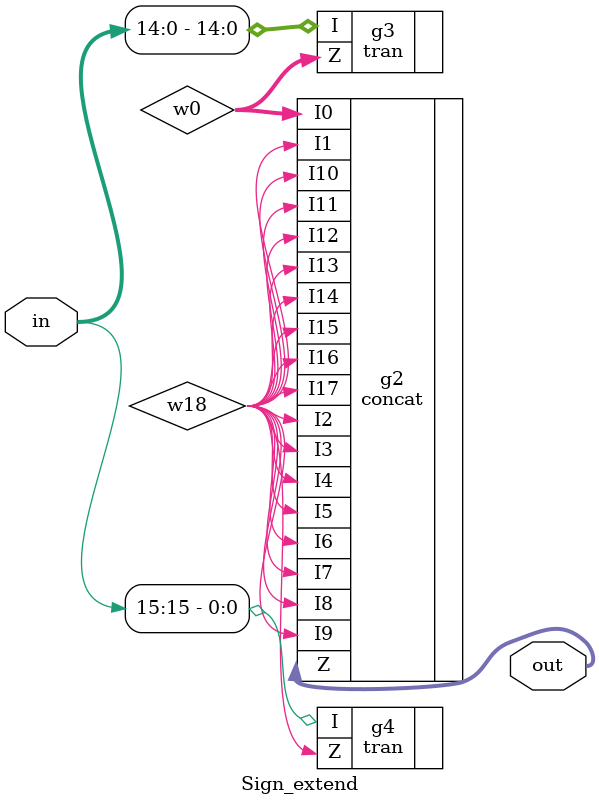
<source format=v>

module BRegs32x32(Read2, Write, Read1, Data2, Data1, clr, clk, RegWrite, WriteData);
//: interface  /sz:(147, 182) /bd:[ Ti0>clr(66/147) Li0>Read1[4:0](32/182) Li1>Read2[4:0](72/182) Li2>Write[4:0](108/182) Li3>WriteData[31:0](148/182) Bi0>clk(108/147) Bi1>RegWrite(40/147) Ro0<Data1[31:0](47/182) Ro1<Data2[31:0](139/182) ]
output [31:0] Data2;    //: /sn:0 {0}(668,485)(668,472)(669,472)(669,445){1}
input [4:0] Write;    //: /sn:0 {0}(-238,-38)(-138,-38)(-138,-37)(-66,-37){1}
//: {2}(-65,-37)(-28,-37){3}
//: {4}(-27,-37)(-16,-37){5}
input [31:0] WriteData;    //: /sn:0 {0}(669,157)(669,75)(481,75){1}
//: {2}(477,75)(292,75){3}
//: {4}(288,75)(89,75){5}
//: {6}(85,75)(-104,75)(-104,73)(-237,73){7}
//: {8}(87,77)(87,157){9}
//: {10}(290,77)(290,107)(291,107)(291,152){11}
//: {12}(479,77)(479,157){13}
output [31:0] Data1;    //: /sn:0 {0}(59,382)(59,465){1}
supply1 w21;    //: /sn:0 {0}(82,3)(57,3)(57,-11){1}
input clr;    //: /sn:0 {0}(721,193)(731,193)(731,-83)(543,-83){1}
//: {2}(539,-83)(355,-83){3}
//: {4}(351,-83)(150,-83){5}
//: {6}(146,-83)(-44,-83)(-44,-92)(-235,-92){7}
//: {8}(148,-81)(148,193)(139,193){9}
//: {10}(353,-81)(353,188)(343,188){11}
//: {12}(541,-81)(541,193)(531,193){13}
input RegWrite;    //: /sn:0 {0}(-237,263)(-71,263){1}
//: {2}(-67,263)(171,263){3}
//: {4}(175,263)(370,263){5}
//: {6}(374,263)(552,263)(552,219)(556,219){7}
//: {8}(372,261)(372,219)(383,219){9}
//: {10}(173,261)(173,214)(183,214){11}
//: {12}(-69,261)(-69,219)(-38,219){13}
input clk;    //: /sn:0 {0}(556,214)(542,214)(542,285)(364,285){1}
//: {2}(362,283)(362,214)(383,214){3}
//: {4}(360,285)(167,285){5}
//: {6}(165,283)(165,209)(183,209){7}
//: {8}(163,285)(-56,285){9}
//: {10}(-58,283)(-58,214)(-38,214){11}
//: {12}(-60,285)(-237,285){13}
input [4:0] Read1;    //: {0}(-237,96)(-208,96)(-208,95)(-124,95){1}
//: {2}(-123,95)(-96,95){3}
//: {4}(-95,95)(-78,95){5}
input [4:0] Read2;    //: {0}(-237,145)(-141,145){1}
//: {2}(-140,145)(-123,145)(-123,144)(-94,144){3}
//: {4}(-93,144)(-79,144){5}
wire [1:0] w6;    //: /sn:0 {0}(36,369)(-123,369)(-123,99){1}
wire w16;    //: /sn:0 {0}(39,205)(-50,205)(-50,39)(88,39)(88,19){1}
wire w4;    //: /sn:0 {0}(112,19)(112,46)(370,46)(370,205)(431,205){1}
wire [31:0] w3;    //: /sn:0 {0}(77,353)(77,334)(659,334)(659,228){1}
wire [31:0] R2;    //: {0}(65,353)(65,319)(469,319)(469,228){1}
wire [31:0] w0;    //: /sn:0 {0}(651,416)(651,398)(105,398)(105,228){1}
wire w22;    //: /sn:0 {0}(404,217)(431,217){1}
wire w20;    //: /sn:0 {0}(124,19)(124,29)(556,29)(556,205)(621,205){1}
wire [2:0] w19;    //: /sn:0 {0}(431,169)(419,169)(419,109){1}
//: {2}(421,107)(606,107)(606,169)(621,169){3}
//: {4}(417,107)(297,107)(297,106)(231,106){5}
//: {6}(227,106)(25,106){7}
//: {8}(21,106)(-95,106)(-95,99){9}
//: {10}(23,108)(23,169)(39,169){11}
//: {12}(229,108)(229,164)(243,164){13}
wire [2:0] w18;    //: /sn:0 {0}(431,180)(402,180)(402,125){1}
//: {2}(404,123)(589,123)(589,180)(621,180){3}
//: {4}(400,123)(279,123)(279,122)(212,122){5}
//: {6}(208,122)(8,122){7}
//: {8}(4,122)(-93,122)(-93,139){9}
//: {10}(6,124)(6,180)(39,180){11}
//: {12}(210,124)(210,175)(243,175){13}
wire w23;    //: /sn:0 {0}(577,217)(621,217){1}
wire [1:0] w10;    //: /sn:0 {0}(-140,149)(-140,432)(646,432){1}
wire [2:0] w24;    //: /sn:0 {0}(431,193)(381,193)(381,141){1}
//: {2}(383,139)(568,139)(568,193)(621,193){3}
//: {4}(379,139)(260,139)(260,138)(195,138){5}
//: {6}(191,138)(-13,138){7}
//: {8}(-17,138)(-65,138)(-65,-33){9}
//: {10}(-15,140)(-15,193)(39,193){11}
//: {12}(193,140)(193,188)(243,188){13}
wire w31;    //: /sn:0 {0}(243,200)(178,200)(178,60)(100,60)(100,19){1}
wire w1;    //: /sn:0 {0}(-17,217)(39,217){1}
wire [31:0] R1;    //: {0}(281,223)(281,308)(53,308)(53,353){1}
wire [31:0] R3;    //: {0}(687,228)(687,416){1}
wire [1:0] w11;    //: /sn:0 {0}(-27,-33)(-27,-23)(106,-23)(106,-10){1}
wire w2;    //: /sn:0 {0}(243,212)(204,212){1}
wire [31:0] R0;    //: {0}(77,228)(77,299)(41,299)(41,353){1}
wire [31:0] w5;    //: /sn:0 {0}(675,416)(675,372)(497,372)(497,228){1}
wire [31:0] w9;    //: /sn:0 {0}(663,416)(663,387)(309,387)(309,223){1}
//: enddecls

  //: joint g8 (w18) @(6, 122) /w:[ 7 -1 8 10 ]
  //: input g4 (Read2) @(-239,145) /sn:0 /w:[ 0 ]
  //: joint g44 (clr) @(353, -83) /w:[ 3 -1 4 10 ]
  //: input g3 (Write) @(-240,-38) /sn:0 /w:[ 0 ]
  //: joint g16 (clk) @(165, 285) /w:[ 5 6 8 -1 ]
  //: joint g47 (clr) @(541, -83) /w:[ 1 -1 2 12 ]
  //: input g17 (Read1) @(-239,96) /sn:0 /w:[ 0 ]
  //: joint g26 (w19) @(229, 106) /w:[ 5 -1 6 12 ]
  //: output g2 (Data2) @(668,482) /sn:0 /R:3 /w:[ 0 ]
  tran g23(.Z(w24), .I(Write[2:0]));   //: @(-65,-39) /sn:0 /R:1 /w:[ 9 1 2 ] /ss:1
  tran g30(.Z(w10), .I(Read2[4:3]));   //: @(-140,143) /sn:0 /R:1 /w:[ 0 1 2 ] /ss:1
  //: output g1 (Data1) @(59,462) /sn:0 /R:3 /w:[ 1 ]
  //: joint g39 (RegWrite) @(372, 263) /w:[ 6 8 5 -1 ]
  Regs8x32 g24 (.DIN(WriteData), .SD(w24), .SA(w19), .SB(w18), .RegWr(w31), .clk(w2), .clr(clr), .AOUT(R1), .BOUT(w9));   //: @(244, 153) /sz:(98, 69) /sn:0 /p:[ Ti0>11 Li0>13 Li1>13 Li2>13 Li3>0 Li4>0 Ri0>11 Bo0<0 Bo1<1 ]
  Regs8x32 g29 (.DIN(WriteData), .SD(w24), .SA(w19), .SB(w18), .RegWr(w4), .clk(w22), .clr(clr), .AOUT(R2), .BOUT(w5));   //: @(432, 158) /sz:(98, 69) /sn:0 /p:[ Ti0>13 Li0>0 Li1>0 Li2>0 Li3>1 Li4>1 Ri0>13 Bo0<1 Bo1<1 ]
  //: comment g51 /dolink:0 /link:"" @(395,229) /sn:0
  //: /line:"Regs 16-23"
  //: /end
  tran g18(.Z(w19), .I(Read1[2:0]));   //: @(-95,93) /sn:0 /R:1 /w:[ 9 3 4 ] /ss:1
  //: supply1 g10 (w21) @(68,-11) /sn:0 /w:[ 1 ]
  //: joint g25 (w18) @(210, 122) /w:[ 5 -1 6 12 ]
  //: comment g49 /dolink:0 /link:"" @(210,225) /sn:0
  //: /line:"Regs 8-15"
  //: /end
  //: comment g50 /dolink:0 /link:"" @(585,229) /sn:0
  //: /line:"Regs 24-31"
  //: /end
  Regs8x32 g6 (.DIN(WriteData), .SD(w24), .SA(w19), .SB(w18), .RegWr(w16), .clk(w1), .clr(clr), .AOUT(R0), .BOUT(w0));   //: @(40, 158) /sz:(98, 69) /sn:0 /p:[ Ti0>9 Li0>11 Li1>11 Li2>11 Li3>0 Li4>1 Ri0>9 Bo0<0 Bo1<1 ]
  //: joint g7 (w19) @(23, 106) /w:[ 7 -1 8 10 ]
  demux g9 (.I(w11), .E(w21), .Z0(w16), .Z1(w31), .Z2(w4), .Z3(w20));   //: @(106,3) /sn:0 /w:[ 1 0 1 1 0 0 ]
  and g35 (.I0(clk), .I1(RegWrite), .Z(w22));   //: @(394,217) /sn:0 /delay:" 1" /w:[ 3 9 0 ]
  tran g31(.Z(w6), .I(Read1[4:3]));   //: @(-123,93) /sn:0 /R:1 /w:[ 1 1 2 ] /ss:1
  tran g22(.Z(w18), .I(Read2[2:0]));   //: @(-93,142) /sn:0 /R:1 /w:[ 9 3 4 ] /ss:0
  and g36 (.I0(clk), .I1(RegWrite), .Z(w23));   //: @(567,217) /sn:0 /delay:" 1" /w:[ 0 7 0 ]
  //: joint g41 (w19) @(419, 107) /w:[ 2 -1 4 1 ]
  //: joint g45 (WriteData) @(479, 75) /w:[ 1 -1 2 12 ]
  and g33 (.I0(clk), .I1(RegWrite), .Z(w1));   //: @(-27,217) /sn:0 /delay:" 1" /w:[ 11 13 0 ]
  //: input g42 (clr) @(-237,-92) /sn:0 /w:[ 7 ]
  //: joint g40 (w18) @(402, 123) /w:[ 2 -1 4 1 ]
  //: input g12 (clk) @(-239,285) /sn:0 /w:[ 13 ]
  and g34 (.I0(clk), .I1(RegWrite), .Z(w2));   //: @(194,212) /sn:0 /delay:" 1" /w:[ 7 11 1 ]
  //: joint g28 (w24) @(381, 139) /w:[ 2 -1 4 1 ]
  Regs8x32 g46 (.DIN(WriteData), .SD(w24), .SA(w19), .SB(w18), .RegWr(w20), .clk(w23), .clr(clr), .AOUT(w3), .BOUT(R3));   //: @(622, 158) /sz:(98, 69) /sn:0 /p:[ Ti0>0 Li0>3 Li1>3 Li2>3 Li3>1 Li4>1 Ri0>0 Bo0<1 Bo1<0 ]
  //: joint g11 (w24) @(-15, 138) /w:[ 7 -1 8 10 ]
  mux g14 (.I0(R0), .I1(R1), .I2(R2), .I3(w3), .S(w6), .Z(Data1));   //: @(59,369) /sn:0 /w:[ 1 1 0 0 0 0 ] /ss:0 /do:0
  tran g5(.Z(w11), .I(Write[4:3]));   //: @(-27,-39) /sn:0 /R:1 /w:[ 0 3 4 ] /ss:1
  //: joint g19 (clk) @(-58, 285) /w:[ 9 10 12 -1 ]
  //: joint g21 (w24) @(193, 138) /w:[ 5 -1 6 12 ]
  //: input g32 (RegWrite) @(-239,263) /sn:0 /w:[ 0 ]
  //: joint g20 (WriteData) @(87, 75) /w:[ 5 -1 6 8 ]
  //: joint g38 (RegWrite) @(173, 263) /w:[ 4 10 3 -1 ]
  //: joint g15 (clk) @(362, 285) /w:[ 1 2 4 -1 ]
  //: joint g43 (clr) @(148, -83) /w:[ 5 -1 6 8 ]
  //: input g0 (WriteData) @(-239,73) /sn:0 /w:[ 7 ]
  //: joint g27 (WriteData) @(290, 75) /w:[ 3 -1 4 10 ]
  //: comment g48 /dolink:0 /link:"" @(11,228) /sn:0
  //: /line:"Regs 0-7"
  //: /end
  //: joint g37 (RegWrite) @(-69, 263) /w:[ 2 12 1 -1 ]
  mux g13 (.I0(w0), .I1(w9), .I2(w5), .I3(R3), .S(w10), .Z(Data2));   //: @(669,432) /sn:0 /w:[ 0 0 0 1 1 1 ] /ss:0 /do:0

endmodule

module Regs8x32(SB, SA, BOUT, AOUT, clk, clr, RegWr, SD, DIN);
//: interface  /sz:(98, 69) /bd:[ Ti0>DIN[31:0](47/98) Li0>clk(59/69) Li1>RegWr(47/69) Li2>SB[2:0](22/69) Li3>SA[2:0](11/69) Li4>SD[2:0](35/69) Ri0>clr(35/69) Bo0<BOUT[31:0](65/98) Bo1<AOUT[31:0](37/98) ]
input [31:0] DIN;    //: /sn:0 {0}(531,269)(531,318){1}
//: {2}(533,320)(627,320){3}
//: {4}(631,320)(715,320){5}
//: {6}(719,320)(807,320)(807,429){7}
//: {8}(717,322)(717,352){9}
//: {10}(629,322)(629,433){11}
//: {12}(529,320)(435,320){13}
//: {14}(431,320)(342,320){15}
//: {16}(338,320)(264,320){17}
//: {18}(260,320)(181,320)(181,352){19}
//: {20}(262,322)(262,439){21}
//: {22}(340,322)(340,351){23}
//: {24}(433,322)(433,436){25}
//: {26}(531,322)(531,348){27}
output [31:0] BOUT;    //: /sn:0 {0}(516,697)(516,672){1}
input [2:0] SD;    //: /sn:0 {0}(782,138)(852,138)(852,156){1}
supply1 w21;    //: /sn:0 {0}(828,169)(801,169)(801,153){1}
input [2:0] SB;    //: /sn:0 {0}(466,659)(493,659){1}
input RegWr;    //: /sn:0 {0}(48,363)(68,363)(68,378)(82,378){1}
input [2:0] SA;    //: /sn:0 {0}(256,657)(231,657){1}
input clr;    //: /sn:0 /dp:1 {0}(959,337)(1032,337){1}
input clk;    //: /sn:0 {0}(82,383)(68,383)(68,398)(55,398){1}
output [31:0] AOUT;    //: /sn:0 {0}(279,670)(279,702){1}
wire [31:0] w16;    //: /sn:0 {0}(531,369)(531,574)(520,574){1}
//: {2}(516,574)(282,574)(282,641){3}
//: {4}(518,576)(518,587)(519,587)(519,643){5}
wire w7;    //: /sn:0 {0}(472,451)(513,451)(513,405)(848,405)(848,185){1}
wire [31:0] R5;    //: {0}(288,641)(288,586)(525,586){1}
//: {2}(529,586)(629,586)(629,454){3}
//: {4}(527,588)(527,617)(525,617)(525,643){5}
wire w4;    //: /sn:0 {0}(943,337)(906,337){1}
//: {2}(902,337)(767,337){3}
//: {4}(763,337)(588,337){5}
//: {6}(584,337)(390,337){7}
//: {8}(386,337)(231,337)(231,357)(220,357){9}
//: {10}(388,339)(388,356)(379,356){11}
//: {12}(586,339)(586,353)(570,353){13}
//: {14}(765,339)(765,357)(756,357){15}
//: {16}(904,339)(904,417)(865,417){17}
//: {18}(861,417)(675,417){19}
//: {20}(671,417)(489,417){21}
//: {22}(485,417)(302,417)(302,444)(301,444){23}
//: {24}(487,419)(487,441)(472,441){25}
//: {26}(673,419)(673,438)(668,438){27}
//: {28}(863,419)(863,434)(846,434){29}
wire [31:0] R2;    //: {0}(262,641)(262,537){1}
//: {2}(264,535)(499,535)(499,643){3}
//: {4}(262,533)(262,460){5}
wire w0;    //: /sn:0 {0}(770,439)(764,439)(764,481)(579,481){1}
//: {2}(577,479)(577,443)(592,443){3}
//: {4}(575,481)(390,481){5}
//: {6}(388,479)(388,446)(396,446){7}
//: {8}(386,481)(214,481){9}
//: {10}(212,479)(212,449)(225,449){11}
//: {12}(210,481)(125,481)(125,383){13}
//: {14}(127,381)(291,381){15}
//: {16}(295,381)(477,381){17}
//: {18}(481,381)(660,381)(660,362)(680,362){19}
//: {20}(479,379)(479,358)(494,358){21}
//: {22}(293,379)(293,361)(303,361){23}
//: {24}(125,379)(125,362)(144,362){25}
//: {26}(123,381)(103,381){27}
wire w3;    //: /sn:0 {0}(835,185)(835,397)(330,397)(330,454)(301,454){1}
wire [31:0] R7;    //: {0}(807,450)(807,609)(541,609){1}
//: {2}(537,609)(302,609)(302,641){3}
//: {4}(539,611)(539,643){5}
wire w12;    //: /sn:0 {0}(756,367)(787,367)(787,258)(868,258)(868,185){1}
wire w10;    //: /sn:0 {0}(846,444)(875,444)(875,185){1}
wire [31:0] R4;    //: {0}(340,372)(340,545){1}
//: {2}(342,547)(505,547)(505,643){3}
//: {4}(338,547)(268,547)(268,641){5}
wire [31:0] R3;    //: {0}(512,643)(512,559)(435,559){1}
//: {2}(433,557)(433,457){3}
//: {4}(431,559)(275,559)(275,641){5}
wire w8;    //: /sn:0 {0}(220,367)(249,367)(249,213)(828,213)(828,185){1}
wire Z5;    //: /sn:0 {0}(861,185)(861,413)(700,413)(700,448)(668,448){1}
wire w14;    //: /sn:0 {0}(379,366)(414,366)(414,229)(841,229)(841,185){1}
wire [31:0] R0;    //: {0}(492,643)(492,523)(257,523){1}
//: {2}(253,523)(181,523)(181,373){3}
//: {4}(255,525)(255,641){5}
wire w15;    //: /sn:0 {0}(570,363)(608,363)(608,244)(855,244)(855,185){1}
wire [31:0] R10;    //: /sn:0 {0}(295,641)(295,600)(530,600){1}
//: {2}(534,600)(717,600)(717,373){3}
//: {4}(532,602)(532,643){5}
//: enddecls

  //: joint g8 (w16) @(518, 574) /w:[ 1 -1 2 4 ]
  //: input g4 (SB) @(464,659) /sn:0 /w:[ 0 ]
  //: input g3 (SA) @(229,657) /sn:0 /w:[ 1 ]
  //: joint g16 (R3) @(433, 559) /w:[ 1 2 4 -1 ]
  //: joint g17 (R4) @(340, 547) /w:[ 2 1 4 -1 ]
  //: joint g26 (DIN) @(340, 320) /w:[ 15 -1 16 22 ]
  register R5 (.Q(R5), .D(DIN), .EN(Z5), .CLR(w4), .CK(!w0));   //: @(629,443) /w:[ 3 11 1 27 3 ]
  //: output g2 (BOUT) @(516,694) /sn:0 /R:3 /w:[ 0 ]
  //: joint g23 (w4) @(765, 337) /w:[ 3 -1 4 14 ]
  //: joint g30 (w0) @(212, 481) /w:[ 9 10 12 -1 ]
  //: output g1 (AOUT) @(279,699) /sn:0 /R:3 /w:[ 1 ]
  //: joint g39 (DIN) @(262, 320) /w:[ 17 -1 18 20 ]
  //: joint g24 (DIN) @(531, 320) /w:[ 2 1 12 26 ]
  //: joint g29 (w0) @(388, 481) /w:[ 5 6 8 -1 ]
  register R2 (.Q(R4), .D(DIN), .EN(w14), .CLR(w4), .CK(!w0));   //: @(340,361) /w:[ 0 23 0 11 23 ]
  register R7 (.Q(R7), .D(DIN), .EN(w10), .CLR(w4), .CK(!w0));   //: @(807,439) /w:[ 0 7 0 29 0 ]
  //: joint g18 (R2) @(262, 535) /w:[ 2 4 -1 1 ]
  //: supply1 g10 (w21) @(812,153) /sn:0 /w:[ 1 ]
  not g25 (.I(clr), .Z(w4));   //: @(953,337) /sn:0 /R:2 /w:[ 0 0 ]
  //: joint g6 (R7) @(539, 609) /w:[ 1 -1 2 4 ]
  register R6 (.Q(R10), .D(DIN), .EN(w12), .CLR(w4), .CK(!w0));   //: @(717,362) /w:[ 3 9 0 15 19 ]
  //: joint g7 (R10) @(532, 600) /w:[ 2 -1 1 4 ]
  register R4 (.Q(w16), .D(DIN), .EN(w15), .CLR(w4), .CK(!w0));   //: @(531,358) /w:[ 0 27 0 13 21 ]
  demux g9 (.I(SD), .E(w21), .Z0(!w8), .Z1(!w3), .Z2(!w14), .Z3(!w7), .Z4(!w15), .Z5(!Z5), .Z6(!w12), .Z7(!w10));   //: @(852,169) /sn:0 /w:[ 1 0 1 0 1 1 1 0 1 1 ]
  and g35 (.I0(RegWr), .I1(clk), .Z(w0));   //: @(93,381) /sn:0 /delay:" 1" /w:[ 1 0 27 ]
  //: joint g31 (w4) @(863, 417) /w:[ 17 -1 18 28 ]
  //: joint g22 (w4) @(586, 337) /w:[ 5 -1 6 12 ]
  register R3 (.Q(R3), .D(DIN), .EN(w7), .CLR(w4), .CK(!w0));   //: @(433,446) /w:[ 3 25 0 25 7 ]
  register R1 (.Q(R2), .D(DIN), .EN(w3), .CLR(w4), .CK(!w0));   //: @(262,449) /w:[ 5 21 1 23 11 ]
  //: joint g36 (w4) @(904, 337) /w:[ 1 -1 2 16 ]
  //: joint g41 (DIN) @(717, 320) /w:[ 6 -1 5 8 ]
  //: joint g33 (w4) @(673, 417) /w:[ 19 -1 20 26 ]
  //: joint g42 (DIN) @(629, 320) /w:[ 4 -1 3 10 ]
  //: joint g40 (DIN) @(433, 320) /w:[ 13 -1 14 24 ]
  //: joint g12 (w0) @(479, 381) /w:[ 18 20 17 -1 ]
  //: input g34 (clk) @(53,398) /sn:0 /w:[ 1 ]
  //: input g28 (clr) @(1034,337) /sn:0 /R:2 /w:[ 1 ]
  //: joint g11 (w0) @(293, 381) /w:[ 16 22 15 -1 ]
  //: input g5 (RegWr) @(46,363) /sn:0 /w:[ 0 ]
  mux g14 (.I0(R0), .I1(R2), .I2(R4), .I3(R3), .I4(w16), .I5(R5), .I6(R10), .I7(R7), .S(SA), .Z(AOUT));   //: @(279,657) /sn:0 /w:[ 5 0 5 5 3 0 0 3 0 0 ] /ss:0 /do:0
  //: joint g19 (R0) @(255, 523) /w:[ 1 -1 2 4 ]
  //: joint g21 (w4) @(388, 337) /w:[ 7 -1 8 10 ]
  //: joint g32 (w4) @(487, 417) /w:[ 21 -1 22 24 ]
  //: input g20 (SD) @(780,138) /sn:0 /w:[ 0 ]
  register R0 (.Q(R0), .D(DIN), .EN(w8), .CLR(w4), .CK(!w0));   //: @(181,362) /w:[ 3 19 0 9 25 ]
  //: joint g38 (w0) @(577, 481) /w:[ 1 2 4 -1 ]
  //: joint g15 (R5) @(527, 586) /w:[ 2 -1 1 4 ]
  //: input g0 (DIN) @(531,267) /sn:0 /R:3 /w:[ 0 ]
  //: joint g27 (w0) @(125, 381) /w:[ 14 24 26 13 ]
  mux g13 (.I0(R0), .I1(R2), .I2(R4), .I3(R3), .I4(w16), .I5(R5), .I6(R10), .I7(R7), .S(SB), .Z(BOUT));   //: @(516,659) /sn:0 /w:[ 0 3 3 0 5 5 5 5 1 1 ] /ss:0 /do:0

endmodule

module main;    //: root_module
wire [31:0] w6;    //: /sn:0 {0}(-464,96)(-464,108)(-558,108){1}
wire [31:0] w7;    //: /sn:0 {0}(-455,163)(-455,185)(-558,185){1}
wire [31:0] w4;    //: /sn:0 {0}(-455,248)(-455,264)(-558,264){1}
wire [4:0] w0;    //: /sn:0 {0}(-763,79)(-763,93)(-722,93){1}
wire [15:0] w3;    //: /sn:0 {0}(-789,251)(-789,259)(-722,259){1}
wire w10;    //: /sn:0 {0}(-617,344)(-610,344)(-610,304){1}
wire [4:0] w1;    //: /sn:0 {0}(-806,105)(-806,124)(-722,124){1}
wire w8;    //: /sn:0 {0}(-764,181)(-722,181){1}
wire [4:0] w2;    //: /sn:0 {0}(-852,132)(-852,156)(-722,156){1}
wire w11;    //: /sn:0 {0}(-653,21)(-636,21)(-636,58){1}
wire w5;    //: /sn:0 {0}(-727,324)(-666,324)(-666,304){1}
wire [31:0] w9;    //: /sn:0 {0}(-852,200)(-852,212)(-722,212){1}
//: enddecls

  //: dip g4 (w3) @(-789,241) /sn:0 /w:[ 0 ] /st:15
  led g8 (.I(w7));   //: @(-455,156) /sn:0 /w:[ 0 ] /type:2
  //: dip g3 (w2) @(-852,122) /sn:0 /w:[ 0 ] /st:3
  //: dip g2 (w1) @(-806,95) /sn:0 /w:[ 0 ] /st:3
  //: dip g1 (w0) @(-763,69) /sn:0 /w:[ 0 ] /st:1
  //: dip g10 (w9) @(-852,190) /sn:0 /w:[ 0 ] /st:65535
  clock g6 (.Z(w5));   //: @(-740,324) /sn:0 /w:[ 0 ] /omega:2000 /phi:0 /duty:50
  led g7 (.I(w6));   //: @(-464,89) /sn:0 /w:[ 0 ] /type:2
  //: switch g9 (w8) @(-781,181) /sn:0 /w:[ 0 ] /st:0
  //: switch g12 (w11) @(-670,21) /sn:0 /w:[ 0 ] /st:0
  led g5 (.I(w4));   //: @(-455,241) /sn:0 /w:[ 0 ] /type:2
  //: switch g11 (w10) @(-634,344) /sn:0 /w:[ 0 ] /st:0
  Read g0 (.RegWrite(w11), .SignExIn(w3), .WriteData(w9), .RegDst(w8), .WR(w2), .R2(w1), .R1(w0), .clr(w10), .clk(w5), .SignExOut(w4), .RD2(w7), .RD1(w6));   //: @(-721, 59) /sz:(162, 244) /sn:0 /p:[ Ti0>1 Li0>1 Li1>1 Li2>1 Li3>1 Li4>1 Li5>1 Bi0>1 Bi1>1 Ro0<1 Ro1<1 Ro2<1 ]

endmodule

module Read(SignExOut, SignExIn, RegDst, R1, WR, R2, RD2, clk, RD1, WriteData, clr, RegWrite);
//: interface  /sz:(162, 244) /bd:[ Ti0>RegWrite(85/162) Li0>R1[4:0](34/244) Li1>R2[4:0](65/244) Li2>WR[4:0](97/244) Li3>RegDst(122/244) Li4>WriteData[31:0](153/244) Li5>SignExIn[15:0](200/244) Bi0>clk(55/162) Bi1>clr(111/162) Ro0<RD1[31:0](49/244) Ro1<RD2[31:0](126/244) Ro2<SignExOut[31:0](205/244) ]
input [4:0] WR;    //: /sn:0 /dp:1 {0}(464,219)(411,219){1}
input [4:0] R2;    //: /sn:0 {0}(412,173)(436,173){1}
//: {2}(440,173)(532,173){3}
//: {4}(438,175)(438,199)(464,199){5}
input [31:0] WriteData;    //: /sn:0 {0}(500,249)(532,249){1}
output [31:0] SignExOut;    //: /sn:0 {0}(718,440)(637,440){1}
output [31:0] RD2;    //: /sn:0 {0}(720,240)(681,240){1}
input RegDst;    //: /sn:0 {0}(463,271)(480,271)(480,232){1}
input [4:0] R1;    //: /sn:0 {0}(411,133)(532,133){1}
input RegWrite;    //: /sn:0 {0}(565,324)(573,324)(573,284){1}
input clr;    //: /sn:0 {0}(585,65)(599,65)(599,100){1}
input clk;    //: /sn:0 {0}(624,322)(641,322)(641,284){1}
output [31:0] RD1;    //: /sn:0 {0}(724,148)(681,148){1}
input [15:0] SignExIn;    //: /sn:0 {0}(499,441)(571,441){1}
wire [4:0] w12;    //: /sn:0 /dp:1 {0}(493,209)(532,209){1}
//: enddecls

  //: joint g8 (R2) @(438, 173) /w:[ 2 -1 1 4 ]
  //: output g4 (SignExOut) @(715,440) /sn:0 /w:[ 0 ]
  //: input g3 (SignExIn) @(497,441) /sn:0 /w:[ 0 ]
  mux g2 (.I0(R2), .I1(WR), .S(RegDst), .Z(w12));   //: @(480,209) /sn:0 /R:1 /w:[ 5 0 1 0 ] /ss:0 /do:1
  Sign_extend g1 (.in(SignExIn), .out(SignExOut));   //: @(572, 404) /sz:(64, 66) /sn:0 /p:[ Li0>1 Ro0<1 ]
  //: input g10 (RegDst) @(461,271) /sn:0 /w:[ 0 ]
  //: input g6 (R1) @(409,133) /sn:0 /w:[ 0 ]
  //: input g9 (WR) @(409,219) /sn:0 /w:[ 1 ]
  //: input g7 (R2) @(410,173) /sn:0 /w:[ 0 ]
  //: output g12 (RD2) @(717,240) /sn:0 /w:[ 0 ]
  //: input g14 (clk) @(622,322) /sn:0 /w:[ 0 ]
  //: output g11 (RD1) @(721,148) /sn:0 /w:[ 0 ]
  //: input g5 (WriteData) @(498,249) /sn:0 /w:[ 0 ]
  //: input g15 (clr) @(583,65) /sn:0 /w:[ 0 ]
  BRegs32x32 g0 (.clr(clr), .Read1(R1), .Read2(R2), .Write(w12), .WriteData(WriteData), .clk(clk), .RegWrite(RegWrite), .Data1(RD1), .Data2(RD2));   //: @(533, 101) /sz:(147, 182) /sn:0 /p:[ Ti0>1 Li0>1 Li1>3 Li2>1 Li3>1 Bi0>1 Bi1>1 Ro0<1 Ro1<1 ]
  //: input g13 (RegWrite) @(563,324) /sn:0 /w:[ 0 ]

endmodule

module Sign_extend(out, in);
//: interface  /sz:(64, 66) /bd:[ Li0>in[15:0](37/66) Ro0<out[31:0](36/66) ]
input [15:0] in;    //: /sn:0 {0}(441,165)(464,165)(464,166){1}
//: {2}(464,167)(464,350){3}
//: {4}(464,351)(464,359){5}
output [31:0] out;    //: /sn:0 {0}(606,266)(571,266){1}
wire [14:0] w0;    //: /sn:0 {0}(468,351)(565,351){1}
wire w18;    //: /sn:0 {0}(565,181)(473,181){1}
//: {2}(471,179)(471,167)(468,167){3}
//: {4}(471,183)(471,199){5}
//: {6}(473,201)(521,201){7}
//: {8}(525,201)(565,201){9}
//: {10}(523,199)(523,191)(565,191){11}
//: {12}(471,203)(471,219){13}
//: {14}(473,221)(521,221){15}
//: {16}(525,221)(565,221){17}
//: {18}(523,219)(523,211)(565,211){19}
//: {20}(471,223)(471,239){21}
//: {22}(473,241)(521,241){23}
//: {24}(525,241)(565,241){25}
//: {26}(523,239)(523,231)(565,231){27}
//: {28}(471,243)(471,259){29}
//: {30}(473,261)(521,261){31}
//: {32}(525,261)(565,261){33}
//: {34}(523,259)(523,251)(565,251){35}
//: {36}(471,263)(471,279){37}
//: {38}(473,281)(520,281){39}
//: {40}(524,281)(565,281){41}
//: {42}(522,279)(522,271)(565,271){43}
//: {44}(471,283)(471,299){45}
//: {46}(473,301)(520,301){47}
//: {48}(524,301)(565,301){49}
//: {50}(522,299)(522,291)(565,291){51}
//: {52}(471,303)(471,319){53}
//: {54}(473,321)(519,321){55}
//: {56}(523,321)(565,321){57}
//: {58}(521,319)(521,311)(565,311){59}
//: {60}(471,323)(471,339){61}
//: {62}(473,341)(519,341){63}
//: {64}(523,341)(565,341){65}
//: {66}(521,339)(521,331)(565,331){67}
//: {68}(471,343)(471,348){69}
//: enddecls

  tran g4(.Z(w18), .I(in[15]));   //: @(462,167) /sn:0 /R:2 /w:[ 3 2 1 ] /ss:1
  //: joint g8 (w18) @(521, 321) /w:[ 56 58 55 -1 ]
  tran g3(.Z(w0), .I(in[14:0]));   //: @(462,351) /sn:0 /R:2 /w:[ 0 4 3 ] /ss:1
  //: joint g16 (w18) @(523, 241) /w:[ 24 26 23 -1 ]
  //: joint g17 (w18) @(471, 221) /w:[ 14 13 -1 20 ]
  concat g2 (.I0(w0), .I1(w18), .I2(w18), .I3(w18), .I4(w18), .I5(w18), .I6(w18), .I7(w18), .I8(w18), .I9(w18), .I10(w18), .I11(w18), .I12(w18), .I13(w18), .I14(w18), .I15(w18), .I16(w18), .I17(w18), .Z(out));   //: @(570,266) /sn:0 /w:[ 1 65 67 57 59 49 51 41 43 33 35 25 27 17 19 9 11 0 1 ] /dr:0
  //: output g1 (out) @(603,266) /sn:0 /w:[ 0 ]
  //: joint g18 (w18) @(523, 221) /w:[ 16 18 15 -1 ]
  //: joint g10 (w18) @(522, 301) /w:[ 48 50 47 -1 ]
  //: joint g6 (w18) @(521, 341) /w:[ 64 66 63 -1 ]
  //: joint g7 (w18) @(471, 321) /w:[ 54 53 -1 60 ]
  //: joint g9 (w18) @(471, 301) /w:[ 46 45 -1 52 ]
  //: joint g12 (w18) @(522, 281) /w:[ 40 42 39 -1 ]
  //: joint g5 (w18) @(471, 341) /w:[ 62 61 -1 68 ]
  //: joint g11 (w18) @(471, 281) /w:[ 38 37 -1 44 ]
  //: joint g14 (w18) @(523, 261) /w:[ 32 34 31 -1 ]
  //: joint g19 (w18) @(471, 201) /w:[ 6 5 -1 12 ]
  //: joint g21 (w18) @(471, 181) /w:[ 1 2 -1 4 ]
  //: joint g20 (w18) @(523, 201) /w:[ 8 10 7 -1 ]
  //: input g0 (in) @(439,165) /sn:0 /w:[ 0 ]
  //: joint g15 (w18) @(471, 241) /w:[ 22 21 -1 28 ]
  //: joint g13 (w18) @(471, 261) /w:[ 30 29 -1 36 ]

endmodule

</source>
